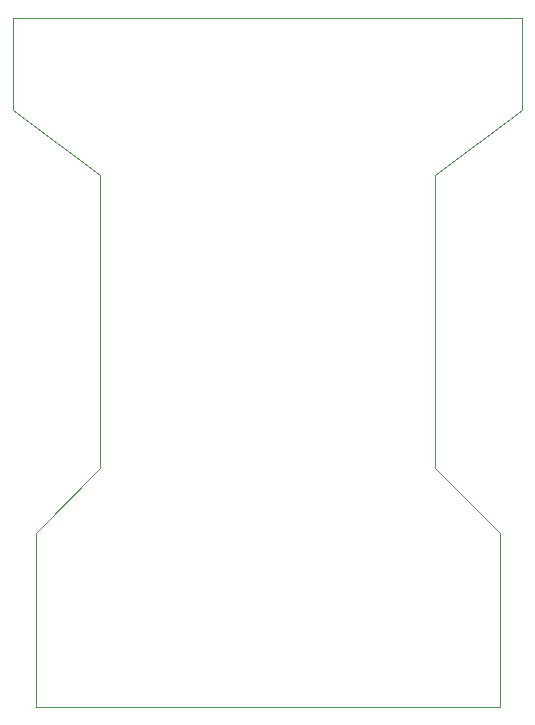
<source format=gm1>
%TF.GenerationSoftware,KiCad,Pcbnew,5.1.7*%
%TF.CreationDate,2020-10-06T16:47:45-05:00*%
%TF.ProjectId,ARC-Boat0,4152432d-426f-4617-9430-2e6b69636164,rev?*%
%TF.SameCoordinates,Original*%
%TF.FileFunction,Profile,NP*%
%FSLAX46Y46*%
G04 Gerber Fmt 4.6, Leading zero omitted, Abs format (unit mm)*
G04 Created by KiCad (PCBNEW 5.1.7) date 2020-10-06 16:47:45*
%MOMM*%
%LPD*%
G01*
G04 APERTURE LIST*
%TA.AperFunction,Profile*%
%ADD10C,0.050000*%
%TD*%
G04 APERTURE END LIST*
D10*
X142240000Y-77950000D02*
X136710000Y-72475000D01*
X144075000Y-42125000D02*
X136745000Y-47600000D01*
X108400000Y-47600000D02*
X101000000Y-42125000D01*
X102905000Y-77950000D02*
X108400000Y-72400000D01*
X108400000Y-72400000D02*
X108400000Y-47600000D01*
X102905000Y-92710000D02*
X102905000Y-77950000D01*
X101000000Y-34300000D02*
X101000000Y-42125000D01*
X144075000Y-34300000D02*
X144075000Y-42125000D01*
X101000000Y-34300000D02*
X144075000Y-34300000D01*
X136710000Y-72475000D02*
X136745000Y-47600000D01*
X142240000Y-92710000D02*
X142240000Y-77950000D01*
X102905000Y-92710000D02*
X142240000Y-92710000D01*
M02*

</source>
